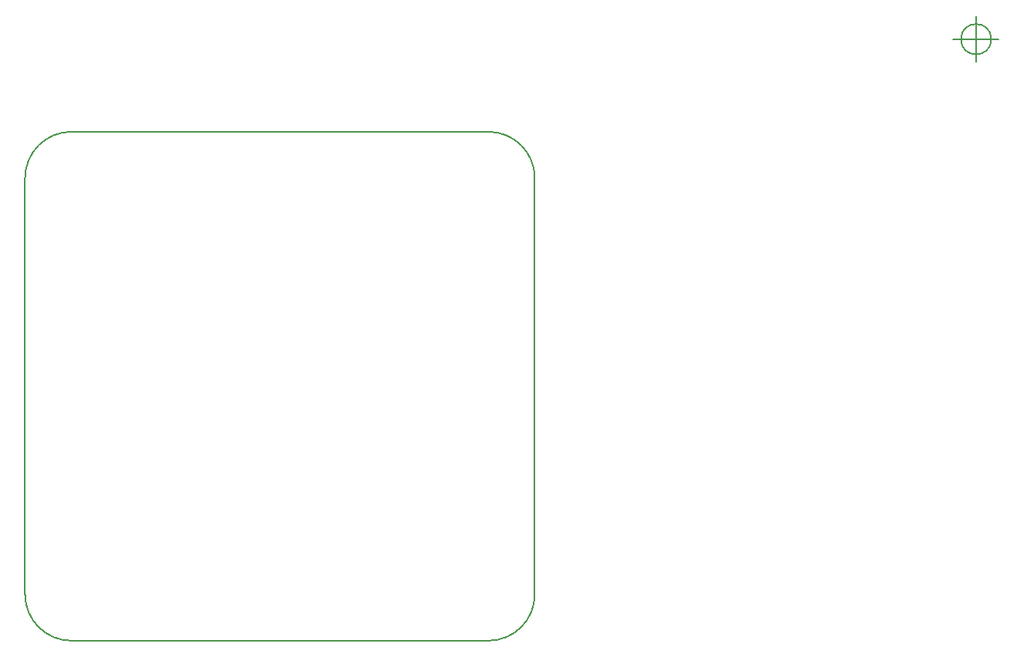
<source format=gbr>
G04 #@! TF.FileFunction,Profile,NP*
%FSLAX46Y46*%
G04 Gerber Fmt 4.6, Leading zero omitted, Abs format (unit mm)*
G04 Created by KiCad (PCBNEW (2016-08-15 BZR 7057)-product) date Sun Dec 18 22:13:04 2016*
%MOMM*%
%LPD*%
G01*
G04 APERTURE LIST*
%ADD10C,0.100000*%
%ADD11C,0.150000*%
G04 APERTURE END LIST*
D10*
D11*
X112156666Y78740000D02*
G75*
G03X112156666Y78740000I-1666666J0D01*
G01*
X107990000Y78740000D02*
X112990000Y78740000D01*
X110490000Y81240000D02*
X110490000Y76240000D01*
X6223000Y17780000D02*
G75*
G03X11303000Y12700000I5080000J0D01*
G01*
X57023000Y12700000D02*
G75*
G03X62103000Y17780000I0J5080000D01*
G01*
X11303000Y68580000D02*
G75*
G03X6223000Y63500000I0J-5080000D01*
G01*
X62103000Y63500000D02*
G75*
G03X57023000Y68580000I-5080000J0D01*
G01*
X6223000Y17780000D02*
X6223000Y63500000D01*
X57023000Y12700000D02*
X11303000Y12700000D01*
X62103000Y63500000D02*
X62103000Y17780000D01*
X11303000Y68580000D02*
X57023000Y68580000D01*
M02*

</source>
